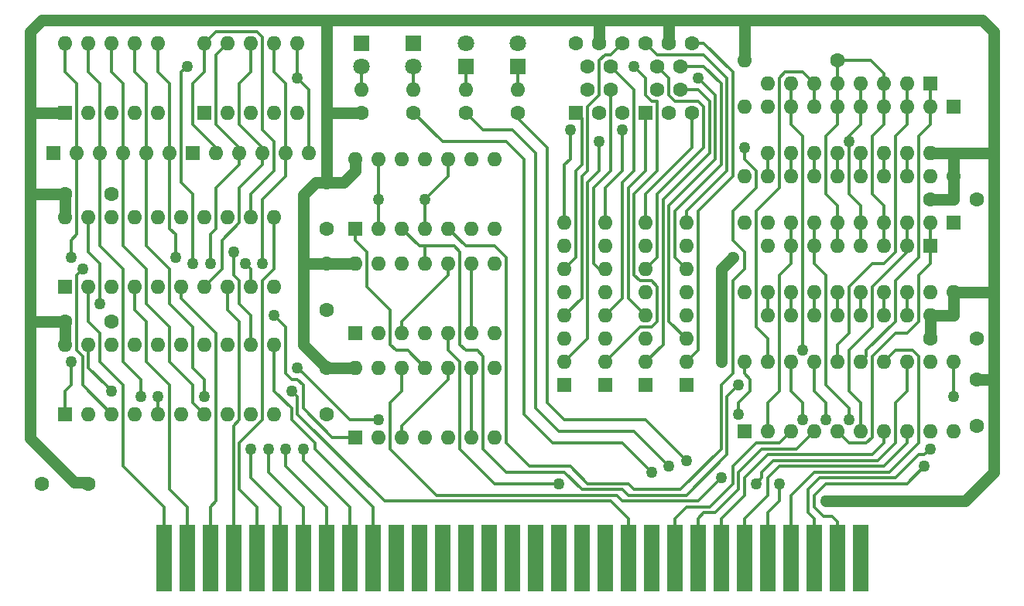
<source format=gtl>
G04 #@! TF.GenerationSoftware,KiCad,Pcbnew,(5.1.4)-1*
G04 #@! TF.CreationDate,2022-04-07T22:43:35+09:30*
G04 #@! TF.ProjectId,ISA_POST_Card_v5.1,4953415f-504f-4535-945f-436172645f76,1*
G04 #@! TF.SameCoordinates,Original*
G04 #@! TF.FileFunction,Copper,L1,Top*
G04 #@! TF.FilePolarity,Positive*
%FSLAX46Y46*%
G04 Gerber Fmt 4.6, Leading zero omitted, Abs format (unit mm)*
G04 Created by KiCad (PCBNEW (5.1.4)-1) date 2022-04-07 22:43:35*
%MOMM*%
%LPD*%
G04 APERTURE LIST*
%ADD10R,1.780000X7.366000*%
%ADD11O,1.600000X1.600000*%
%ADD12R,1.600000X1.600000*%
%ADD13C,1.600000*%
%ADD14C,1.800000*%
%ADD15R,1.800000X1.800000*%
%ADD16C,1.270000*%
%ADD17C,1.270000*%
%ADD18C,0.317500*%
G04 APERTURE END LIST*
D10*
X160655000Y-122428000D03*
X158115000Y-122428000D03*
X155575000Y-122428000D03*
X153035000Y-122428000D03*
X150495000Y-122428000D03*
X147955000Y-122428000D03*
X145415000Y-122428000D03*
X142875000Y-122428000D03*
X140335000Y-122428000D03*
X137795000Y-122428000D03*
X135255000Y-122428000D03*
X132715000Y-122428000D03*
X130175000Y-122428000D03*
X127635000Y-122428000D03*
X125095000Y-122428000D03*
X122555000Y-122428000D03*
X120015000Y-122428000D03*
X117475000Y-122428000D03*
X114935000Y-122428000D03*
X112395000Y-122428000D03*
X188595000Y-122428000D03*
X186055000Y-122428000D03*
X183515000Y-122428000D03*
X180975000Y-122428000D03*
X178435000Y-122428000D03*
X175895000Y-122428000D03*
X173355000Y-122428000D03*
X170815000Y-122428000D03*
X168275000Y-122428000D03*
X165735000Y-122428000D03*
X163195000Y-122428000D03*
D11*
X133350000Y-90170000D03*
X148590000Y-97790000D03*
X135890000Y-90170000D03*
X146050000Y-97790000D03*
X138430000Y-90170000D03*
X143510000Y-97790000D03*
X140970000Y-90170000D03*
X140970000Y-97790000D03*
X143510000Y-90170000D03*
X138430000Y-97790000D03*
X146050000Y-90170000D03*
X135890000Y-97790000D03*
X148590000Y-90170000D03*
D12*
X133350000Y-97790000D03*
D13*
X99060000Y-114300000D03*
X104140000Y-114300000D03*
X130175000Y-86360000D03*
X130175000Y-81280000D03*
X165100000Y-66040000D03*
X166370000Y-68580000D03*
X167640000Y-66040000D03*
X168910000Y-68580000D03*
X170180000Y-66040000D03*
X170180000Y-73660000D03*
X168910000Y-71120000D03*
X167640000Y-73660000D03*
X166370000Y-71120000D03*
D12*
X165100000Y-73660000D03*
D11*
X133350000Y-78740000D03*
X148590000Y-86360000D03*
X135890000Y-78740000D03*
X146050000Y-86360000D03*
X138430000Y-78740000D03*
X143510000Y-86360000D03*
X140970000Y-78740000D03*
X140970000Y-86360000D03*
X143510000Y-78740000D03*
X138430000Y-86360000D03*
X146050000Y-78740000D03*
X135890000Y-86360000D03*
X148590000Y-78740000D03*
D12*
X133350000Y-86360000D03*
D11*
X175895000Y-100965000D03*
X198755000Y-108585000D03*
X178435000Y-100965000D03*
X196215000Y-108585000D03*
X180975000Y-100965000D03*
X193675000Y-108585000D03*
X183515000Y-100965000D03*
X191135000Y-108585000D03*
X186055000Y-100965000D03*
X188595000Y-108585000D03*
X188595000Y-100965000D03*
X186055000Y-108585000D03*
X191135000Y-100965000D03*
X183515000Y-108585000D03*
X193675000Y-100965000D03*
X180975000Y-108585000D03*
X196215000Y-100965000D03*
X178435000Y-108585000D03*
X198755000Y-100965000D03*
D12*
X175895000Y-108585000D03*
D11*
X133350000Y-101600000D03*
X148590000Y-109220000D03*
X135890000Y-101600000D03*
X146050000Y-109220000D03*
X138430000Y-101600000D03*
X143510000Y-109220000D03*
X140970000Y-101600000D03*
X140970000Y-109220000D03*
X143510000Y-101600000D03*
X138430000Y-109220000D03*
X146050000Y-101600000D03*
X135890000Y-109220000D03*
X148590000Y-101600000D03*
D12*
X133350000Y-109220000D03*
X165100000Y-103505000D03*
D11*
X165100000Y-100965000D03*
X165100000Y-98425000D03*
X165100000Y-95885000D03*
X165100000Y-93345000D03*
X165100000Y-90805000D03*
X165100000Y-88265000D03*
X165100000Y-85725000D03*
X145415000Y-71120000D03*
D13*
X145415000Y-73660000D03*
D11*
X151130000Y-71120000D03*
D13*
X151130000Y-73660000D03*
D11*
X139700000Y-71120000D03*
D13*
X139700000Y-73660000D03*
D11*
X133985000Y-71120000D03*
D13*
X133985000Y-73660000D03*
X157480000Y-66040000D03*
X158750000Y-68580000D03*
X160020000Y-66040000D03*
X161290000Y-68580000D03*
X162560000Y-66040000D03*
X162560000Y-73660000D03*
X161290000Y-71120000D03*
X160020000Y-73660000D03*
X158750000Y-71120000D03*
D12*
X157480000Y-73660000D03*
D11*
X196215000Y-95885000D03*
X178435000Y-88265000D03*
X193675000Y-95885000D03*
X180975000Y-88265000D03*
X191135000Y-95885000D03*
X183515000Y-88265000D03*
X188595000Y-95885000D03*
X186055000Y-88265000D03*
X186055000Y-95885000D03*
X188595000Y-88265000D03*
X183515000Y-95885000D03*
X191135000Y-88265000D03*
X180975000Y-95885000D03*
X193675000Y-88265000D03*
X178435000Y-95885000D03*
D12*
X196215000Y-88265000D03*
X169545000Y-103505000D03*
D11*
X169545000Y-100965000D03*
X169545000Y-98425000D03*
X169545000Y-95885000D03*
X169545000Y-93345000D03*
X169545000Y-90805000D03*
X169545000Y-88265000D03*
X169545000Y-85725000D03*
D12*
X160655000Y-103505000D03*
D11*
X160655000Y-100965000D03*
X160655000Y-98425000D03*
X160655000Y-95885000D03*
X160655000Y-93345000D03*
X160655000Y-90805000D03*
X160655000Y-88265000D03*
X160655000Y-85725000D03*
D12*
X156210000Y-103505000D03*
D11*
X156210000Y-100965000D03*
X156210000Y-98425000D03*
X156210000Y-95885000D03*
X156210000Y-93345000D03*
X156210000Y-90805000D03*
X156210000Y-88265000D03*
X156210000Y-85725000D03*
X101600000Y-66040000D03*
X111760000Y-73660000D03*
X104140000Y-66040000D03*
X109220000Y-73660000D03*
X106680000Y-66040000D03*
X106680000Y-73660000D03*
X109220000Y-66040000D03*
X104140000Y-73660000D03*
X111760000Y-66040000D03*
D12*
X101600000Y-73660000D03*
D11*
X116840000Y-66040000D03*
X127000000Y-73660000D03*
X119380000Y-66040000D03*
X124460000Y-73660000D03*
X121920000Y-66040000D03*
X121920000Y-73660000D03*
X124460000Y-66040000D03*
X119380000Y-73660000D03*
X127000000Y-66040000D03*
D12*
X116840000Y-73660000D03*
D11*
X198755000Y-93345000D03*
X175895000Y-85725000D03*
X196215000Y-93345000D03*
X178435000Y-85725000D03*
X193675000Y-93345000D03*
X180975000Y-85725000D03*
X191135000Y-93345000D03*
X183515000Y-85725000D03*
X188595000Y-93345000D03*
X186055000Y-85725000D03*
X186055000Y-93345000D03*
X188595000Y-85725000D03*
X183515000Y-93345000D03*
X191135000Y-85725000D03*
X180975000Y-93345000D03*
X193675000Y-85725000D03*
X178435000Y-93345000D03*
X196215000Y-85725000D03*
X175895000Y-93345000D03*
D12*
X198755000Y-85725000D03*
D11*
X196215000Y-78105000D03*
X178435000Y-70485000D03*
X193675000Y-78105000D03*
X180975000Y-70485000D03*
X191135000Y-78105000D03*
X183515000Y-70485000D03*
X188595000Y-78105000D03*
X186055000Y-70485000D03*
X186055000Y-78105000D03*
X188595000Y-70485000D03*
X183515000Y-78105000D03*
X191135000Y-70485000D03*
X180975000Y-78105000D03*
X193675000Y-70485000D03*
X178435000Y-78105000D03*
D12*
X196215000Y-70485000D03*
D11*
X198755000Y-80645000D03*
X175895000Y-73025000D03*
X196215000Y-80645000D03*
X178435000Y-73025000D03*
X193675000Y-80645000D03*
X180975000Y-73025000D03*
X191135000Y-80645000D03*
X183515000Y-73025000D03*
X188595000Y-80645000D03*
X186055000Y-73025000D03*
X186055000Y-80645000D03*
X188595000Y-73025000D03*
X183515000Y-80645000D03*
X191135000Y-73025000D03*
X180975000Y-80645000D03*
X193675000Y-73025000D03*
X178435000Y-80645000D03*
X196215000Y-73025000D03*
X175895000Y-80645000D03*
D12*
X198755000Y-73025000D03*
D14*
X151130000Y-66040000D03*
D15*
X151130000Y-68580000D03*
D14*
X145415000Y-66040000D03*
D15*
X145415000Y-68580000D03*
D14*
X139700000Y-68580000D03*
D15*
X139700000Y-66040000D03*
D14*
X133985000Y-68580000D03*
D15*
X133985000Y-66040000D03*
D11*
X113030000Y-78105000D03*
X110490000Y-78105000D03*
X107950000Y-78105000D03*
X105410000Y-78105000D03*
X102870000Y-78105000D03*
D12*
X100330000Y-78105000D03*
D11*
X128270000Y-78105000D03*
X125730000Y-78105000D03*
X123190000Y-78105000D03*
X120650000Y-78105000D03*
X118110000Y-78105000D03*
D12*
X115570000Y-78105000D03*
D11*
X101600000Y-85090000D03*
X124460000Y-92710000D03*
X104140000Y-85090000D03*
X121920000Y-92710000D03*
X106680000Y-85090000D03*
X119380000Y-92710000D03*
X109220000Y-85090000D03*
X116840000Y-92710000D03*
X111760000Y-85090000D03*
X114300000Y-92710000D03*
X114300000Y-85090000D03*
X111760000Y-92710000D03*
X116840000Y-85090000D03*
X109220000Y-92710000D03*
X119380000Y-85090000D03*
X106680000Y-92710000D03*
X121920000Y-85090000D03*
X104140000Y-92710000D03*
X124460000Y-85090000D03*
D12*
X101600000Y-92710000D03*
D11*
X101600000Y-99060000D03*
X124460000Y-106680000D03*
X104140000Y-99060000D03*
X121920000Y-106680000D03*
X106680000Y-99060000D03*
X119380000Y-106680000D03*
X109220000Y-99060000D03*
X116840000Y-106680000D03*
X111760000Y-99060000D03*
X114300000Y-106680000D03*
X114300000Y-99060000D03*
X111760000Y-106680000D03*
X116840000Y-99060000D03*
X109220000Y-106680000D03*
X119380000Y-99060000D03*
X106680000Y-106680000D03*
X121920000Y-99060000D03*
X104140000Y-106680000D03*
X124460000Y-99060000D03*
D12*
X101600000Y-106680000D03*
D11*
X175895000Y-67945000D03*
D13*
X186055000Y-67945000D03*
X130175000Y-95250000D03*
X130175000Y-90170000D03*
X130175000Y-101600000D03*
X130175000Y-106680000D03*
X106680000Y-82550000D03*
X101600000Y-82550000D03*
X101600000Y-96520000D03*
X106680000Y-96520000D03*
X196215000Y-83185000D03*
X201295000Y-83185000D03*
X201295000Y-98425000D03*
X196215000Y-98425000D03*
X201295000Y-107950000D03*
X201295000Y-102870000D03*
D16*
X173355000Y-100965000D03*
X174625000Y-89535000D03*
X177165000Y-114299995D03*
X179705000Y-114300000D03*
X184785000Y-107315000D03*
X196215000Y-110490000D03*
X182245000Y-107315000D03*
X195580000Y-112395000D03*
X184785024Y-116205000D03*
X140970000Y-83185000D03*
X135890000Y-83185000D03*
X175260000Y-106680000D03*
X121920000Y-110490000D03*
X123825000Y-110490000D03*
X125730000Y-110490000D03*
X127635000Y-110490000D03*
X170815000Y-69850000D03*
X162560000Y-75565000D03*
X160020000Y-76835000D03*
X163830000Y-68580000D03*
X165735000Y-113030000D03*
X167640000Y-112395000D03*
X169545000Y-111760000D03*
X121285000Y-90170012D03*
X117475000Y-90170000D03*
X123190000Y-90170000D03*
X127000000Y-69850000D03*
X115570000Y-90170000D03*
X114935000Y-68580000D03*
X102235000Y-89535000D03*
X120015007Y-88899993D03*
X109855000Y-104775000D03*
X116840000Y-104775000D03*
X111760000Y-104774986D03*
X103505000Y-90805000D03*
X113665000Y-89535000D03*
X156845000Y-75565000D03*
X187325000Y-107315000D03*
X182245000Y-99695000D03*
X106680000Y-104140000D03*
X135890000Y-107315000D03*
X127000000Y-101600000D03*
X105410000Y-94615000D03*
X124460000Y-95885000D03*
X102235000Y-100965000D03*
X126365000Y-104140000D03*
X155575000Y-114300000D03*
X173355000Y-113665000D03*
X198755000Y-104775000D03*
X175260000Y-103505000D03*
X187325000Y-76835000D03*
X175895000Y-77470000D03*
D17*
X173355000Y-90805000D02*
X174625000Y-89535000D01*
X173355000Y-100965000D02*
X173355000Y-90805000D01*
D18*
X179705000Y-109855000D02*
X180975000Y-108585000D01*
X177165000Y-109855000D02*
X179705000Y-109855000D01*
X168275000Y-118110000D02*
X169545000Y-116840000D01*
X168275000Y-122555000D02*
X168275000Y-118110000D01*
X169545000Y-116840000D02*
X172085000Y-116840000D01*
X172085000Y-116840000D02*
X174625000Y-114300000D01*
X174625000Y-114300000D02*
X174625000Y-112395000D01*
X174625000Y-112395000D02*
X177165000Y-109855000D01*
X181610000Y-110490000D02*
X183515000Y-108585000D01*
X170815000Y-118110000D02*
X171450000Y-117475000D01*
X171450000Y-117475000D02*
X172720000Y-117475000D01*
X177800000Y-110490000D02*
X181610000Y-110490000D01*
X170815000Y-122555000D02*
X170815000Y-118110000D01*
X172720000Y-117475000D02*
X175260000Y-114935000D01*
X175260000Y-114935000D02*
X175260000Y-113030000D01*
X175260000Y-113030000D02*
X177800000Y-110490000D01*
X191135000Y-109855000D02*
X191135000Y-108585000D01*
X173355000Y-118110000D02*
X175895000Y-115570000D01*
X175895000Y-113665000D02*
X178435000Y-111125000D01*
X178435000Y-111125000D02*
X189865000Y-111125000D01*
X173355000Y-122555000D02*
X173355000Y-118110000D01*
X175895000Y-115570000D02*
X175895000Y-113665000D01*
X189865000Y-111125000D02*
X191135000Y-109855000D01*
X175895000Y-122555000D02*
X175895000Y-121920000D01*
X175895000Y-118110000D02*
X178435000Y-115570000D01*
X175895000Y-122555000D02*
X175895000Y-118110000D01*
X178435000Y-115570000D02*
X178435000Y-113665000D01*
X178435000Y-113665000D02*
X179705000Y-112395000D01*
X179705000Y-112395000D02*
X191135000Y-112395000D01*
X193675000Y-109855000D02*
X193675000Y-108585000D01*
X191135000Y-112395000D02*
X193675000Y-109855000D01*
X177799999Y-113029999D02*
X177799999Y-113664996D01*
X177799999Y-113664996D02*
X177165000Y-114299995D01*
X193675000Y-104140000D02*
X192405000Y-105410000D01*
X193675000Y-100965000D02*
X193675000Y-104140000D01*
X192405000Y-105410000D02*
X192405000Y-109855000D01*
X192405000Y-109855000D02*
X190500000Y-111760000D01*
X190500000Y-111760000D02*
X179069998Y-111760000D01*
X179069998Y-111760000D02*
X177799999Y-113029999D01*
X179705000Y-116205000D02*
X179705000Y-114300000D01*
X178435000Y-122555000D02*
X178435000Y-117475000D01*
X178435000Y-117475000D02*
X179705000Y-116205000D01*
X180975000Y-115570000D02*
X183515000Y-113030000D01*
X192405000Y-99695000D02*
X191135000Y-100965000D01*
X194310000Y-99695000D02*
X192405000Y-99695000D01*
X180975000Y-122555000D02*
X180975000Y-115570000D01*
X183515000Y-113030000D02*
X191770000Y-113030000D01*
X191770000Y-113030000D02*
X194945000Y-109855000D01*
X194945000Y-109855000D02*
X194945000Y-100330000D01*
X194945000Y-100330000D02*
X194310000Y-99695000D01*
X184785000Y-105410000D02*
X184785000Y-107315000D01*
X183515000Y-100965000D02*
X183515000Y-104140000D01*
X183515000Y-104140000D02*
X184785000Y-105410000D01*
X195580000Y-111125000D02*
X196215000Y-110490000D01*
X194945000Y-111125000D02*
X195580000Y-111125000D01*
X183515000Y-118110000D02*
X182880000Y-117475000D01*
X182880000Y-117475000D02*
X182880000Y-114935000D01*
X182880000Y-114935000D02*
X184150000Y-113665000D01*
X184150000Y-113665000D02*
X192405000Y-113665000D01*
X183515000Y-122555000D02*
X183515000Y-118110000D01*
X192405000Y-113665000D02*
X194945000Y-111125000D01*
X186055000Y-118457999D02*
X186055000Y-122555000D01*
X185492641Y-117895640D02*
X186055000Y-118457999D01*
X193675000Y-114300000D02*
X184785000Y-114300000D01*
X195580000Y-112395000D02*
X193675000Y-114300000D01*
X184785000Y-114300000D02*
X183515000Y-115570000D01*
X183515000Y-115570000D02*
X183515000Y-116840000D01*
X183515000Y-116840000D02*
X184570640Y-117895640D01*
X184570640Y-117895640D02*
X185492641Y-117895640D01*
X182245000Y-105410000D02*
X182245000Y-107315000D01*
X180975000Y-100965000D02*
X180975000Y-104140000D01*
X180975000Y-104140000D02*
X182245000Y-105410000D01*
D17*
X160020000Y-63500000D02*
X160020000Y-66040000D01*
X146685000Y-63500000D02*
X154305000Y-63500000D01*
X167640000Y-63500000D02*
X167640000Y-66040000D01*
X144780000Y-63500000D02*
X148590000Y-63500000D01*
X175895000Y-63500000D02*
X175895000Y-67945000D01*
X168910000Y-63500000D02*
X180340000Y-63500000D01*
X154305000Y-63500000D02*
X160020000Y-63500000D01*
X160020000Y-63500000D02*
X168910000Y-63500000D01*
X101600000Y-82550000D02*
X101600000Y-85090000D01*
X101600000Y-99060000D02*
X101600000Y-96520000D01*
X101600000Y-96520000D02*
X97790000Y-96520000D01*
X97790000Y-85090000D02*
X97790000Y-96520000D01*
X101600000Y-82550000D02*
X97790000Y-82550000D01*
X97790000Y-85090000D02*
X97790000Y-82550000D01*
X198755000Y-93345000D02*
X203200000Y-93345000D01*
X196215000Y-95885000D02*
X198755000Y-95885000D01*
X196215000Y-98425000D02*
X196215000Y-95885000D01*
X198755000Y-95885000D02*
X198755000Y-93345000D01*
X203200000Y-78105000D02*
X198755000Y-78105000D01*
X198755000Y-83185000D02*
X198755000Y-80645000D01*
X196215000Y-78105000D02*
X198755000Y-78105000D01*
X198755000Y-78105000D02*
X198755000Y-80645000D01*
X196215000Y-83185000D02*
X198755000Y-83185000D01*
X97790000Y-73660000D02*
X101600000Y-73660000D01*
X97790000Y-82550000D02*
X97790000Y-64770000D01*
X97790000Y-64770000D02*
X99060000Y-63500000D01*
X104140000Y-114173000D02*
X102616000Y-114173000D01*
X102616000Y-114173000D02*
X97790000Y-109347000D01*
X97790000Y-109347000D02*
X97790000Y-96520000D01*
X201295000Y-102870000D02*
X203200000Y-102870000D01*
X185683049Y-116205000D02*
X184785024Y-116205000D01*
X200024990Y-116205000D02*
X185683049Y-116205000D01*
X203200000Y-102870000D02*
X203200000Y-113029990D01*
X203200000Y-113029990D02*
X200024990Y-116205000D01*
X130175000Y-63500000D02*
X130175000Y-73660000D01*
X130175000Y-63500000D02*
X144780000Y-63500000D01*
X99060000Y-63500000D02*
X130175000Y-63500000D01*
X130175000Y-73660000D02*
X133985000Y-73660000D01*
D18*
X135890000Y-85090000D02*
X135890000Y-86360000D01*
D17*
X133350000Y-101600000D02*
X130175000Y-101600000D01*
X133350000Y-90170000D02*
X130175000Y-90170000D01*
X130175000Y-73660000D02*
X130175000Y-81280000D01*
X133350000Y-78740000D02*
X133350000Y-80010000D01*
X133350000Y-80010000D02*
X132080000Y-81280000D01*
X132080000Y-81280000D02*
X130175000Y-81280000D01*
X129043630Y-81280000D02*
X127635000Y-82688630D01*
X130175000Y-81280000D02*
X129043630Y-81280000D01*
X127635000Y-82688630D02*
X127635000Y-90170000D01*
X127635000Y-90170000D02*
X130175000Y-90170000D01*
X127635000Y-99060000D02*
X130175000Y-101600000D01*
X127635000Y-90170000D02*
X127635000Y-99060000D01*
D18*
X140970000Y-86360000D02*
X140970000Y-84455000D01*
X135890000Y-78740000D02*
X135890000Y-83185000D01*
X135890000Y-84455000D02*
X135890000Y-85090000D01*
X143510000Y-80645000D02*
X143510000Y-78740000D01*
X140970000Y-84455000D02*
X140970000Y-83185000D01*
X140970000Y-83185000D02*
X143510000Y-80645000D01*
X140970000Y-83185000D02*
X140970000Y-83185000D01*
X135890000Y-83185000D02*
X135890000Y-84455000D01*
D17*
X203200000Y-100330000D02*
X203200000Y-102870000D01*
X203200000Y-64770000D02*
X203200000Y-100330000D01*
X178435000Y-63500000D02*
X201930000Y-63500000D01*
X201930000Y-63500000D02*
X203200000Y-64770000D01*
D18*
X175260000Y-105410000D02*
X175260000Y-106680000D01*
X176530000Y-104140000D02*
X175260000Y-105410000D01*
X176530000Y-102870000D02*
X176530000Y-104140000D01*
X175895000Y-100965000D02*
X175895000Y-102235000D01*
X175895000Y-102235000D02*
X176530000Y-102870000D01*
X104140000Y-96520000D02*
X105410000Y-97790000D01*
X112395000Y-116840000D02*
X112395000Y-122555000D01*
X105410000Y-100965000D02*
X107950000Y-103505000D01*
X107950000Y-103505000D02*
X107950000Y-112395000D01*
X104140000Y-92710000D02*
X104140000Y-96520000D01*
X105410000Y-97790000D02*
X105410000Y-100965000D01*
X107950000Y-112395000D02*
X112395000Y-116840000D01*
X109220000Y-95250000D02*
X109220000Y-92710000D01*
X114935000Y-116840000D02*
X113030000Y-114935000D01*
X113030000Y-114935000D02*
X113030000Y-103505000D01*
X114935000Y-122555000D02*
X114935000Y-116840000D01*
X113030000Y-103505000D02*
X110490000Y-100965000D01*
X110490000Y-100965000D02*
X110490000Y-96520000D01*
X110490000Y-96520000D02*
X109220000Y-95250000D01*
X114300000Y-93980000D02*
X114300000Y-92710000D01*
X118110000Y-97790000D02*
X114300000Y-93980000D01*
X118110000Y-116205000D02*
X118110000Y-97790000D01*
X117475000Y-122555000D02*
X117475000Y-116840000D01*
X117475000Y-116840000D02*
X118110000Y-116205000D01*
X119380000Y-93841370D02*
X119380000Y-92710000D01*
X119380000Y-95250000D02*
X119380000Y-93841370D01*
X120650000Y-96520000D02*
X119380000Y-95250000D01*
X120650000Y-107315000D02*
X120650000Y-96520000D01*
X120015000Y-122555000D02*
X120015000Y-107950000D01*
X120015000Y-107950000D02*
X120650000Y-107315000D01*
X122555000Y-116840000D02*
X120650000Y-114935000D01*
X122555000Y-122555000D02*
X122555000Y-116840000D01*
X120650000Y-114935000D02*
X120650000Y-109855000D01*
X120650000Y-109855000D02*
X123190000Y-107315000D01*
X123190000Y-107315000D02*
X123190000Y-92075000D01*
X124460000Y-86995000D02*
X124460000Y-85090000D01*
X124460000Y-90805000D02*
X124460000Y-86995000D01*
X123190000Y-92075000D02*
X124460000Y-90805000D01*
X121920000Y-113665000D02*
X121920000Y-110490000D01*
X125095000Y-122555000D02*
X125095000Y-116840000D01*
X125095000Y-116840000D02*
X121920000Y-113665000D01*
X123825000Y-113030000D02*
X123825000Y-110490000D01*
X127635000Y-122555000D02*
X127635000Y-116840000D01*
X127635000Y-116840000D02*
X123825000Y-113030000D01*
X125730000Y-112395000D02*
X125730000Y-110490000D01*
X130175000Y-122555000D02*
X130175000Y-116840000D01*
X130175000Y-116840000D02*
X125730000Y-112395000D01*
X127635000Y-111760000D02*
X127635000Y-110490000D01*
X132715000Y-122555000D02*
X132715000Y-116840000D01*
X132715000Y-116840000D02*
X127635000Y-111760000D01*
X124460000Y-104140000D02*
X124460000Y-99060000D01*
X135255000Y-116840000D02*
X128905000Y-110490000D01*
X135255000Y-122555000D02*
X135255000Y-116840000D01*
X128905000Y-110490000D02*
X128905000Y-109855000D01*
X128905000Y-109855000D02*
X126365000Y-107315000D01*
X126365000Y-107315000D02*
X126365000Y-106045000D01*
X126365000Y-106045000D02*
X124460000Y-104140000D01*
X170815000Y-99695000D02*
X169545000Y-100965000D01*
X170815000Y-84455000D02*
X170815000Y-99695000D01*
X174625000Y-80645000D02*
X170815000Y-84455000D01*
X174625000Y-69215000D02*
X174625000Y-80645000D01*
X170180000Y-66040000D02*
X171450000Y-66040000D01*
X171450000Y-66040000D02*
X174625000Y-69215000D01*
X171450000Y-68580000D02*
X168910000Y-68580000D01*
X173355000Y-70485000D02*
X171450000Y-68580000D01*
X173355000Y-79375000D02*
X173355000Y-70485000D01*
X168275000Y-84455000D02*
X173355000Y-79375000D01*
X169545000Y-90805000D02*
X168275000Y-89535000D01*
X168275000Y-89535000D02*
X168275000Y-84455000D01*
X166370000Y-67310000D02*
X165100000Y-66040000D01*
X171450000Y-67310000D02*
X166370000Y-67310000D01*
X173990000Y-69850000D02*
X171450000Y-67310000D01*
X173990000Y-80010000D02*
X173990000Y-69850000D01*
X169545000Y-85725000D02*
X169545000Y-84455000D01*
X169545000Y-84455000D02*
X173990000Y-80010000D01*
X163195000Y-93980000D02*
X165100000Y-95885000D01*
X163195000Y-81915000D02*
X163195000Y-93980000D01*
X165100000Y-73660000D02*
X165100000Y-80010000D01*
X165100000Y-80010000D02*
X163195000Y-81915000D01*
X166370000Y-89535000D02*
X165100000Y-90805000D01*
X166370000Y-82550000D02*
X166370000Y-89535000D01*
X171450000Y-77470000D02*
X166370000Y-82550000D01*
X167640000Y-69850000D02*
X167640000Y-71755000D01*
X166370000Y-68580000D02*
X167640000Y-69850000D01*
X167640000Y-71755000D02*
X168275000Y-72390000D01*
X168275000Y-72390000D02*
X170815000Y-72390000D01*
X170815000Y-72390000D02*
X171450000Y-73025000D01*
X171450000Y-73025000D02*
X171450000Y-77470000D01*
X167005000Y-99060000D02*
X165100000Y-100965000D01*
X167005000Y-83185000D02*
X167005000Y-99060000D01*
X172085000Y-78105000D02*
X167005000Y-83185000D01*
X172085000Y-72390000D02*
X172085000Y-78105000D01*
X168910000Y-71120000D02*
X170815000Y-71120000D01*
X170815000Y-71120000D02*
X172085000Y-72390000D01*
X167640000Y-96520000D02*
X169545000Y-98425000D01*
X167640000Y-83820000D02*
X167640000Y-96520000D01*
X172720000Y-78740000D02*
X167640000Y-83820000D01*
X170815000Y-69850000D02*
X172720000Y-71755000D01*
X172720000Y-71755000D02*
X172720000Y-78740000D01*
X158115000Y-74295000D02*
X157480000Y-73660000D01*
X158115000Y-79375000D02*
X158115000Y-74295000D01*
X157480000Y-80010000D02*
X158115000Y-79375000D01*
X156210000Y-90805000D02*
X157480000Y-89535000D01*
X157480000Y-89535000D02*
X157480000Y-80010000D01*
X161290000Y-80010000D02*
X161290000Y-71120000D01*
X159385000Y-81915000D02*
X161290000Y-80010000D01*
X159385000Y-90170000D02*
X159385000Y-81915000D01*
X160655000Y-90805000D02*
X160020000Y-90805000D01*
X160020000Y-90805000D02*
X159385000Y-90170000D01*
X162560000Y-80010000D02*
X162560000Y-75565000D01*
X160655000Y-85725000D02*
X160655000Y-81915000D01*
X160655000Y-81915000D02*
X162560000Y-80010000D01*
X162560000Y-93980000D02*
X160655000Y-95885000D01*
X162560000Y-81280000D02*
X162560000Y-93980000D01*
X163830000Y-80010000D02*
X162560000Y-81280000D01*
X161290000Y-68580000D02*
X163830000Y-71120000D01*
X163830000Y-71120000D02*
X163830000Y-80010000D01*
X160020000Y-80010000D02*
X160020000Y-76835000D01*
X158750000Y-81280000D02*
X160020000Y-80010000D01*
X156210000Y-100965000D02*
X158750000Y-98425000D01*
X158750000Y-98425000D02*
X158750000Y-81280000D01*
X161290000Y-67310000D02*
X162560000Y-66040000D01*
X160655000Y-67310000D02*
X161290000Y-67310000D01*
X160020000Y-67945000D02*
X160655000Y-67310000D01*
X158115000Y-93980000D02*
X158115000Y-80645000D01*
X158115000Y-80645000D02*
X158750000Y-80010000D01*
X158750000Y-80010000D02*
X158750000Y-73025000D01*
X158750000Y-73025000D02*
X160020000Y-71755000D01*
X156210000Y-95885000D02*
X158115000Y-93980000D01*
X160020000Y-71755000D02*
X160020000Y-67945000D01*
X161454999Y-100165001D02*
X160655000Y-100965000D01*
X164465000Y-97155000D02*
X161454999Y-100165001D01*
X165735000Y-97155000D02*
X164465000Y-97155000D01*
X166370000Y-96520000D02*
X165735000Y-97155000D01*
X165735000Y-92075000D02*
X166370000Y-92710000D01*
X163830000Y-91440000D02*
X164465000Y-92075000D01*
X163830000Y-82550000D02*
X163830000Y-91440000D01*
X165100000Y-69850000D02*
X165100000Y-71755000D01*
X164465000Y-92075000D02*
X165735000Y-92075000D01*
X163830000Y-68580000D02*
X165100000Y-69850000D01*
X165100000Y-71755000D02*
X165735000Y-72390000D01*
X165735000Y-72390000D02*
X166370000Y-72390000D01*
X166370000Y-72390000D02*
X166370000Y-80010000D01*
X166370000Y-92710000D02*
X166370000Y-96520000D01*
X166370000Y-80010000D02*
X163830000Y-82550000D01*
X162560000Y-109855000D02*
X165735000Y-113030000D01*
X142875000Y-76835000D02*
X149860000Y-76835000D01*
X139700000Y-73660000D02*
X142875000Y-76835000D01*
X151765000Y-78740000D02*
X151765000Y-106680000D01*
X149860000Y-76835000D02*
X151765000Y-78740000D01*
X151765000Y-106680000D02*
X154940000Y-109855000D01*
X154940000Y-109855000D02*
X162560000Y-109855000D01*
X163830000Y-108585000D02*
X167640000Y-112395000D01*
X147320000Y-75565000D02*
X150495000Y-75565000D01*
X145415000Y-73660000D02*
X147320000Y-75565000D01*
X153035000Y-78105000D02*
X153035000Y-106045000D01*
X150495000Y-75565000D02*
X153035000Y-78105000D01*
X153035000Y-106045000D02*
X155575000Y-108585000D01*
X155575000Y-108585000D02*
X163830000Y-108585000D01*
X151130000Y-74295000D02*
X151130000Y-73660000D01*
X154305000Y-77470000D02*
X151130000Y-74295000D01*
X154305000Y-105410000D02*
X154305000Y-77470000D01*
X156210000Y-107315000D02*
X154305000Y-105410000D01*
X169545000Y-111760000D02*
X165100000Y-107315000D01*
X165100000Y-107315000D02*
X156210000Y-107315000D01*
X116840000Y-69215000D02*
X116840000Y-66040000D01*
X115570000Y-70485000D02*
X116840000Y-69215000D01*
X115570000Y-74930000D02*
X115570000Y-70485000D01*
X118110000Y-78105000D02*
X118110000Y-77470000D01*
X118110000Y-77470000D02*
X115570000Y-74930000D01*
X118110000Y-64770000D02*
X116840000Y-66040000D01*
X121920000Y-82550000D02*
X124460000Y-80010000D01*
X121920000Y-85090000D02*
X121920000Y-82550000D01*
X124460000Y-80010000D02*
X124460000Y-76835000D01*
X124460000Y-76835000D02*
X123190000Y-75565000D01*
X123190000Y-75565000D02*
X123190000Y-65405000D01*
X122555000Y-64770000D02*
X118110000Y-64770000D01*
X123190000Y-65405000D02*
X122555000Y-64770000D01*
X117475000Y-86995000D02*
X117475000Y-90170000D01*
X118109999Y-86360001D02*
X117475000Y-86995000D01*
X119380000Y-66040000D02*
X118110000Y-67310000D01*
X118110000Y-74930000D02*
X120650000Y-77470000D01*
X120650000Y-77470000D02*
X120650000Y-79375000D01*
X120650000Y-79375000D02*
X118109999Y-81915001D01*
X118110000Y-67310000D02*
X118110000Y-74930000D01*
X118109999Y-81915001D02*
X118109999Y-86360001D01*
X121919999Y-90805011D02*
X121285000Y-90170012D01*
X121920000Y-92710000D02*
X121919999Y-90805011D01*
X121920000Y-69215000D02*
X121920000Y-66040000D01*
X120650000Y-74930000D02*
X120650000Y-70485000D01*
X123190000Y-77470000D02*
X120650000Y-74930000D01*
X120650000Y-70485000D02*
X121920000Y-69215000D01*
X116840000Y-92710000D02*
X118745000Y-90805000D01*
X118745000Y-90805000D02*
X118745000Y-87630000D01*
X118745000Y-87630000D02*
X120650000Y-85725000D01*
X120650000Y-85725000D02*
X120650000Y-81915000D01*
X120650000Y-81915000D02*
X123190000Y-79375000D01*
X123190000Y-79375000D02*
X123190000Y-77470000D01*
X124460000Y-69215000D02*
X124460000Y-66040000D01*
X125730000Y-70485000D02*
X124460000Y-69215000D01*
X125730000Y-80645000D02*
X125730000Y-70485000D01*
X123190000Y-90170000D02*
X123190000Y-83185000D01*
X123190000Y-83185000D02*
X125730000Y-80645000D01*
X127000000Y-69850000D02*
X127000000Y-66040000D01*
X128270000Y-78105000D02*
X128270000Y-71120000D01*
X128270000Y-71120000D02*
X127000000Y-69850000D01*
X114300001Y-81280001D02*
X114300001Y-69214999D01*
X114300001Y-69214999D02*
X114935000Y-68580000D01*
X115570000Y-82550000D02*
X114300001Y-81280001D01*
X115570000Y-90170000D02*
X115570000Y-82550000D01*
X101600000Y-69215000D02*
X101600000Y-66040000D01*
X102870000Y-77470000D02*
X102870000Y-70485000D01*
X102870000Y-70485000D02*
X101600000Y-69215000D01*
X102870000Y-79940685D02*
X102870000Y-77470000D01*
X102870000Y-86995000D02*
X102870000Y-79940685D01*
X102235000Y-89535000D02*
X102235000Y-87630000D01*
X102235000Y-87630000D02*
X102870000Y-86995000D01*
X120015007Y-91440007D02*
X120015007Y-89798018D01*
X120015007Y-89798018D02*
X120015007Y-88899993D01*
X120650000Y-92075000D02*
X120015007Y-91440007D01*
X120650000Y-94615000D02*
X120650000Y-92075000D01*
X121920000Y-95885000D02*
X120650000Y-94615000D01*
X121920000Y-99060000D02*
X121920000Y-95885000D01*
X109855000Y-103876975D02*
X109855000Y-104775000D01*
X109855000Y-102870000D02*
X109855000Y-103876975D01*
X104140000Y-69215000D02*
X105410000Y-70485000D01*
X104140000Y-66040000D02*
X104140000Y-69215000D01*
X105410000Y-70485000D02*
X105410000Y-88265000D01*
X105410000Y-88265000D02*
X107950000Y-90805000D01*
X107950000Y-90805000D02*
X107950000Y-100965000D01*
X107950000Y-100965000D02*
X109855000Y-102870000D01*
X107950000Y-70485000D02*
X106680000Y-69215000D01*
X110490000Y-90805000D02*
X107950000Y-88265000D01*
X115570000Y-105410000D02*
X115570000Y-103505000D01*
X116840000Y-106680000D02*
X115570000Y-105410000D01*
X115570000Y-103505000D02*
X113030000Y-100965000D01*
X106680000Y-69215000D02*
X106680000Y-66040000D01*
X113030000Y-100965000D02*
X113030000Y-97155000D01*
X107950000Y-88265000D02*
X107950000Y-70485000D01*
X113030000Y-97155000D02*
X110490000Y-94615000D01*
X110490000Y-94615000D02*
X110490000Y-90805000D01*
X111760000Y-106680000D02*
X111760000Y-104774986D01*
X110490000Y-88265000D02*
X110490000Y-70485000D01*
X116840000Y-102870000D02*
X115570000Y-101600000D01*
X110490000Y-70485000D02*
X109220000Y-69215000D01*
X116840000Y-104775000D02*
X116840000Y-102870000D01*
X115570000Y-101600000D02*
X115570000Y-97155000D01*
X115570000Y-97155000D02*
X113030000Y-94615000D01*
X109220000Y-69215000D02*
X109220000Y-66040000D01*
X113030000Y-94615000D02*
X113030000Y-90805000D01*
X113030000Y-90805000D02*
X110490000Y-88265000D01*
X102870001Y-91439999D02*
X103505000Y-90805000D01*
X102870001Y-99695001D02*
X102870001Y-91439999D01*
X103505000Y-100330000D02*
X102870001Y-99695001D01*
X106680000Y-106680000D02*
X103505000Y-103505000D01*
X103505000Y-103505000D02*
X103505000Y-100330000D01*
X113665000Y-86995000D02*
X113665000Y-89535000D01*
X113030001Y-86360001D02*
X113665000Y-86995000D01*
X113030001Y-70485001D02*
X113030001Y-86360001D01*
X111760000Y-66040000D02*
X111760000Y-69215000D01*
X111760000Y-69215000D02*
X113030001Y-70485001D01*
X165100000Y-82550000D02*
X165100000Y-85725000D01*
X170180000Y-73660000D02*
X170180000Y-77470000D01*
X170180000Y-77470000D02*
X165100000Y-82550000D01*
X156845000Y-78740000D02*
X156845000Y-75565000D01*
X156210000Y-85725000D02*
X156210000Y-79375000D01*
X156210000Y-79375000D02*
X156845000Y-78740000D01*
X133985000Y-68580000D02*
X133985000Y-71120000D01*
X139700000Y-68580000D02*
X139700000Y-71120000D01*
X145415000Y-68580000D02*
X145415000Y-71120000D01*
X151130000Y-68580000D02*
X151130000Y-71120000D01*
X178435000Y-78105000D02*
X178435000Y-80645000D01*
X183515000Y-80645000D02*
X183515000Y-78105000D01*
X180975000Y-78105000D02*
X180975000Y-80645000D01*
X188595000Y-80645000D02*
X188595000Y-78105000D01*
X191135000Y-78105000D02*
X191135000Y-80645000D01*
X186055000Y-78105000D02*
X186055000Y-80645000D01*
X193675000Y-80645000D02*
X193675000Y-78105000D01*
X186055000Y-93345000D02*
X186055000Y-95885000D01*
X188595000Y-93345000D02*
X188595000Y-95885000D01*
X193675000Y-93345000D02*
X193675000Y-95885000D01*
X178435000Y-93345000D02*
X178435000Y-95885000D01*
X191135000Y-93345000D02*
X191135000Y-95885000D01*
X183515000Y-93345000D02*
X183515000Y-95885000D01*
X180975000Y-93345000D02*
X180975000Y-95885000D01*
X180975000Y-85725000D02*
X180975000Y-88265000D01*
X178435000Y-105410000D02*
X178435000Y-108585000D01*
X179705000Y-104140000D02*
X178435000Y-105410000D01*
X179705000Y-91440000D02*
X179705000Y-104140000D01*
X180975000Y-88265000D02*
X180975000Y-90170000D01*
X180975000Y-90170000D02*
X179705000Y-91440000D01*
X196215000Y-85725000D02*
X196215000Y-88265000D01*
X187325000Y-109855000D02*
X186055000Y-108585000D01*
X189865000Y-109220000D02*
X189230000Y-109855000D01*
X196215000Y-90170000D02*
X194945000Y-91440000D01*
X189865000Y-100330000D02*
X189865000Y-109220000D01*
X196215000Y-88265000D02*
X196215000Y-90170000D01*
X189230000Y-109855000D02*
X187325000Y-109855000D01*
X194945000Y-96520000D02*
X193675000Y-97790000D01*
X193675000Y-97790000D02*
X192405000Y-97790000D01*
X194945000Y-91440000D02*
X194945000Y-96520000D01*
X192405000Y-97790000D02*
X189865000Y-100330000D01*
X193675000Y-85725000D02*
X193675000Y-88265000D01*
X188595000Y-105410000D02*
X188595000Y-108585000D01*
X193675000Y-88900000D02*
X189865000Y-92710000D01*
X189865000Y-92710000D02*
X189865000Y-97155000D01*
X189865000Y-97155000D02*
X187325000Y-99695000D01*
X193675000Y-88265000D02*
X193675000Y-88900000D01*
X187325000Y-99695000D02*
X187325000Y-104140000D01*
X187325000Y-104140000D02*
X188595000Y-105410000D01*
X183515000Y-85725000D02*
X183515000Y-88265000D01*
X187325000Y-106045000D02*
X187325000Y-107315000D01*
X184785000Y-103505000D02*
X187325000Y-106045000D01*
X184785000Y-91440000D02*
X184785000Y-103505000D01*
X183515000Y-88265000D02*
X183515000Y-90170000D01*
X183515000Y-90170000D02*
X184785000Y-91440000D01*
X180975000Y-70485000D02*
X180975000Y-73025000D01*
X182245000Y-92075000D02*
X182245000Y-99695000D01*
X182245000Y-76200000D02*
X182245000Y-92075000D01*
X180975000Y-73025000D02*
X180975000Y-74930000D01*
X180975000Y-74930000D02*
X182245000Y-76200000D01*
X196215000Y-70485000D02*
X196215000Y-73025000D01*
X189230000Y-100330000D02*
X188595000Y-100965000D01*
X189230000Y-99695000D02*
X189230000Y-100330000D01*
X196215000Y-74930000D02*
X194945000Y-76200000D01*
X196215000Y-73025000D02*
X196215000Y-74930000D01*
X194945000Y-76200000D02*
X194945000Y-89535000D01*
X194945000Y-89535000D02*
X192405000Y-92075000D01*
X192405000Y-92075000D02*
X192405000Y-96520000D01*
X192405000Y-96520000D02*
X189230000Y-99695000D01*
X193675000Y-70485000D02*
X193675000Y-73025000D01*
X189865000Y-90170000D02*
X187325000Y-92710000D01*
X191135000Y-90170000D02*
X189865000Y-90170000D01*
X192405000Y-88900000D02*
X191135000Y-90170000D01*
X192405000Y-76200000D02*
X192405000Y-88900000D01*
X193675000Y-73025000D02*
X193675000Y-74930000D01*
X193675000Y-74930000D02*
X192405000Y-76200000D01*
X187325000Y-92710000D02*
X187325000Y-97790000D01*
X187325000Y-97790000D02*
X186055000Y-99060000D01*
X186055000Y-99060000D02*
X186055000Y-100965000D01*
X183515000Y-70485000D02*
X183515000Y-73025000D01*
X178435000Y-98425000D02*
X178435000Y-100965000D01*
X177165000Y-97155000D02*
X178435000Y-98425000D01*
X182245000Y-69215000D02*
X180340000Y-69215000D01*
X183515000Y-70485000D02*
X182245000Y-69215000D01*
X180340000Y-69215000D02*
X179705000Y-69850000D01*
X179705000Y-69850000D02*
X179705000Y-81915000D01*
X179705000Y-81915000D02*
X177165000Y-84455000D01*
X177165000Y-84455000D02*
X177165000Y-97155000D01*
X191135000Y-70485000D02*
X191135000Y-73025000D01*
X186055000Y-70485000D02*
X186055000Y-73025000D01*
X186055000Y-85725000D02*
X186055000Y-88265000D01*
X191135000Y-88265000D02*
X191135000Y-85725000D01*
X186055000Y-67945000D02*
X186055000Y-70485000D01*
X187186370Y-67945000D02*
X186055000Y-67945000D01*
X189726370Y-67945000D02*
X187186370Y-67945000D01*
X191135000Y-69353630D02*
X189726370Y-67945000D01*
X191135000Y-70485000D02*
X191135000Y-69353630D01*
X186055000Y-74930000D02*
X186055000Y-73025000D01*
X184785000Y-76200000D02*
X186055000Y-74930000D01*
X186055000Y-83820000D02*
X184785000Y-82550000D01*
X186055000Y-85725000D02*
X186055000Y-83820000D01*
X184785000Y-76200000D02*
X184785000Y-82550000D01*
X191135000Y-85725000D02*
X191135000Y-83820000D01*
X191135000Y-83820000D02*
X189865000Y-82550000D01*
X189865000Y-82550000D02*
X189865000Y-76200000D01*
X189865000Y-76200000D02*
X191135000Y-74930000D01*
X191135000Y-74930000D02*
X191135000Y-73025000D01*
X104140000Y-99060000D02*
X104140000Y-101600000D01*
X106045001Y-103505001D02*
X106680000Y-104140000D01*
X104140000Y-101600000D02*
X106045001Y-103505001D01*
X135890000Y-107315000D02*
X132715000Y-107315000D01*
X127634999Y-102234999D02*
X127000000Y-101600000D01*
X132715000Y-107315000D02*
X127634999Y-102234999D01*
X105410000Y-93980000D02*
X105410000Y-94615000D01*
X105410000Y-90169999D02*
X105410000Y-93980000D01*
X104140000Y-85090000D02*
X104140000Y-88899999D01*
X104140000Y-88899999D02*
X105410000Y-90169999D01*
X130810000Y-109220000D02*
X133350000Y-109220000D01*
X127635000Y-106045000D02*
X130810000Y-109220000D01*
X125730000Y-97155000D02*
X125730000Y-102235000D01*
X124460000Y-95885000D02*
X125730000Y-97155000D01*
X125730000Y-102235000D02*
X126365000Y-102870000D01*
X126365000Y-102870000D02*
X127000000Y-102870000D01*
X127000000Y-102870000D02*
X127635000Y-103505000D01*
X127635000Y-103505000D02*
X127635000Y-106045000D01*
X101600000Y-106680000D02*
X101676250Y-106680000D01*
X102235000Y-103505000D02*
X102235000Y-100965000D01*
X101600000Y-106680000D02*
X101600000Y-104140000D01*
X101600000Y-104140000D02*
X102235000Y-103505000D01*
X127000000Y-104775000D02*
X126365000Y-104140000D01*
X127000000Y-106680000D02*
X127000000Y-104775000D01*
X136525000Y-116205000D02*
X127000000Y-106680000D01*
X161290000Y-116205000D02*
X136525000Y-116205000D01*
X163195000Y-122555000D02*
X163195000Y-118110000D01*
X163195000Y-118110000D02*
X161290000Y-116205000D01*
X143510000Y-97790000D02*
X143510000Y-99695000D01*
X143510000Y-99695000D02*
X144780000Y-100965000D01*
X144780000Y-100965000D02*
X144780000Y-110490000D01*
X154676975Y-114300000D02*
X155575000Y-114300000D01*
X144780000Y-110490000D02*
X148590000Y-114300000D01*
X148590000Y-114300000D02*
X154676975Y-114300000D01*
X138430000Y-104140000D02*
X138430000Y-101600000D01*
X137160000Y-105410000D02*
X138430000Y-104140000D01*
X170815000Y-116205000D02*
X162560000Y-116205000D01*
X173355000Y-113665000D02*
X170815000Y-116205000D01*
X162560000Y-116205000D02*
X161925000Y-115570000D01*
X161925000Y-115570000D02*
X142240000Y-115570000D01*
X142240000Y-115570000D02*
X137160000Y-110490000D01*
X137160000Y-110490000D02*
X137160000Y-105410000D01*
X140335000Y-88265000D02*
X138430000Y-86360000D01*
X140970000Y-90170000D02*
X140970000Y-88265000D01*
X140970000Y-88265000D02*
X140335000Y-88265000D01*
X144145000Y-88265000D02*
X140970000Y-88265000D01*
X144780000Y-88900000D02*
X144145000Y-88265000D01*
X144780000Y-99060000D02*
X144780000Y-88900000D01*
X145415000Y-99695000D02*
X144780000Y-99060000D01*
X146685000Y-99695000D02*
X145415000Y-99695000D01*
X147320000Y-100330000D02*
X146685000Y-99695000D01*
X147320000Y-110490000D02*
X147320000Y-100330000D01*
X149860000Y-113030000D02*
X147320000Y-110490000D01*
X156210000Y-113030000D02*
X149860000Y-113030000D01*
X158115000Y-114935000D02*
X156210000Y-113030000D01*
X173990000Y-104775000D02*
X173990000Y-111125000D01*
X175260000Y-103505000D02*
X173990000Y-104775000D01*
X173990000Y-111125000D02*
X169545000Y-115570000D01*
X169545000Y-115570000D02*
X163195000Y-115570000D01*
X163195000Y-115570000D02*
X162560000Y-114935000D01*
X162560000Y-114935000D02*
X158115000Y-114935000D01*
X198755000Y-100965000D02*
X198755000Y-104775000D01*
X188595000Y-70485000D02*
X188595000Y-73025000D01*
X188595000Y-73025000D02*
X188595000Y-74930000D01*
X188595000Y-74930000D02*
X187325000Y-76200000D01*
X187325000Y-82550000D02*
X188595000Y-83820000D01*
X188595000Y-83820000D02*
X188595000Y-85725000D01*
X188595000Y-85725000D02*
X188595000Y-88265000D01*
X187325000Y-76200000D02*
X187325000Y-76835000D01*
X187325000Y-76835000D02*
X187325000Y-82550000D01*
X175895000Y-78740000D02*
X175895000Y-77470000D01*
X177165000Y-80010000D02*
X175895000Y-78740000D01*
X177165000Y-81915000D02*
X177165000Y-80010000D01*
X174625000Y-87630000D02*
X174625000Y-84455000D01*
X175895000Y-88900000D02*
X174625000Y-87630000D01*
X152400000Y-112395000D02*
X156845000Y-112395000D01*
X163195000Y-114300000D02*
X163830000Y-114935000D01*
X149860000Y-109855000D02*
X152400000Y-112395000D01*
X149860000Y-89535000D02*
X149860000Y-109855000D01*
X143510000Y-86360000D02*
X145415000Y-88265000D01*
X145415000Y-88265000D02*
X148590000Y-88265000D01*
X156845000Y-112395000D02*
X158750000Y-114300000D01*
X174625000Y-84455000D02*
X177165000Y-81915000D01*
X148590000Y-88265000D02*
X149860000Y-89535000D01*
X158750000Y-114300000D02*
X163195000Y-114300000D01*
X163830000Y-114935000D02*
X168910000Y-114935000D01*
X173355000Y-103505000D02*
X174625000Y-102235000D01*
X173355000Y-110490000D02*
X173355000Y-103505000D01*
X174625000Y-102235000D02*
X174625000Y-92075000D01*
X174625000Y-92075000D02*
X175895000Y-90805000D01*
X168910000Y-114935000D02*
X173355000Y-110490000D01*
X175895000Y-90805000D02*
X175895000Y-88900000D01*
X139065000Y-99695000D02*
X140970000Y-101600000D01*
X137795000Y-99695000D02*
X139065000Y-99695000D01*
X133350000Y-87630000D02*
X134620000Y-88900000D01*
X133350000Y-86360000D02*
X133350000Y-87630000D01*
X134620000Y-88900000D02*
X134620000Y-92710000D01*
X134620000Y-92710000D02*
X137160000Y-95250000D01*
X137160000Y-95250000D02*
X137160000Y-99060000D01*
X137160000Y-99060000D02*
X137795000Y-99695000D01*
X146050000Y-109220000D02*
X146050000Y-101600000D01*
X143510000Y-102870000D02*
X143510000Y-101600000D01*
X138430000Y-109220000D02*
X138430000Y-107950000D01*
X138430000Y-107950000D02*
X143510000Y-102870000D01*
X146050000Y-90170000D02*
X146050000Y-97790000D01*
X143510000Y-91440000D02*
X143510000Y-90170000D01*
X138430000Y-97790000D02*
X138430000Y-96520000D01*
X138430000Y-96520000D02*
X143510000Y-91440000D01*
M02*

</source>
